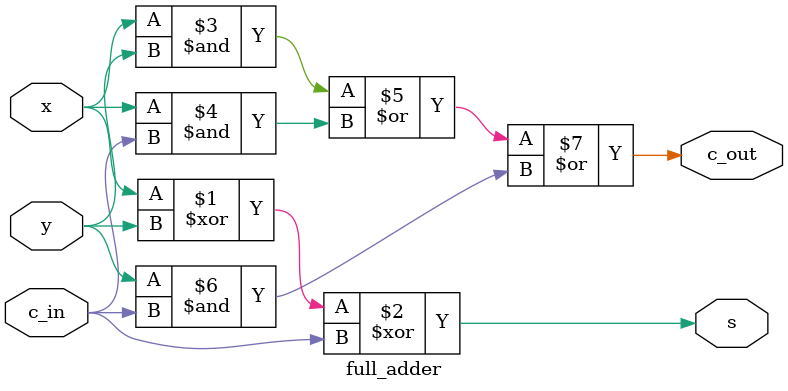
<source format=v>
module full_adder(
    x, y, c_in,
    s, c_out
);
    input x, y, c_in;
    output s, c_out;

    // descrizione
    // assign #1 {c_out, s} = x + y + c_in;

    // sintesi
    assign #1 s = x ^ y ^ c_in;
    assign #1 c_out = ( x & y ) | ( x & c_in ) | ( y & c_in ); 

endmodule
</source>
